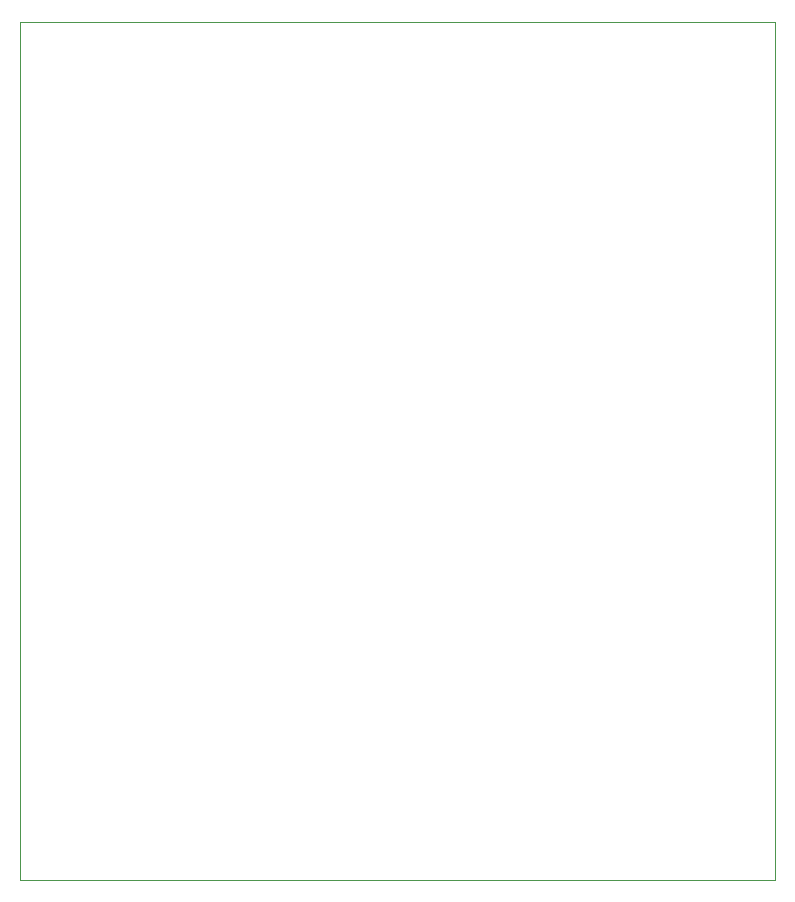
<source format=gm1>
%TF.GenerationSoftware,KiCad,Pcbnew,(6.0.7-1)-1*%
%TF.CreationDate,2022-09-10T09:57:04+09:00*%
%TF.ProjectId,mouse,6d6f7573-652e-46b6-9963-61645f706362,rev?*%
%TF.SameCoordinates,Original*%
%TF.FileFunction,Profile,NP*%
%FSLAX46Y46*%
G04 Gerber Fmt 4.6, Leading zero omitted, Abs format (unit mm)*
G04 Created by KiCad (PCBNEW (6.0.7-1)-1) date 2022-09-10 09:57:04*
%MOMM*%
%LPD*%
G01*
G04 APERTURE LIST*
%TA.AperFunction,Profile*%
%ADD10C,0.050000*%
%TD*%
%TA.AperFunction,Profile*%
%ADD11C,0.100000*%
%TD*%
G04 APERTURE END LIST*
D10*
X100230036Y-42165242D02*
X100230036Y-114797644D01*
D11*
X100230036Y-42165242D02*
X164179842Y-42165242D01*
D10*
X164179842Y-42165242D02*
X164230642Y-114797644D01*
D11*
X100230036Y-114797644D02*
X164230642Y-114797644D01*
M02*

</source>
